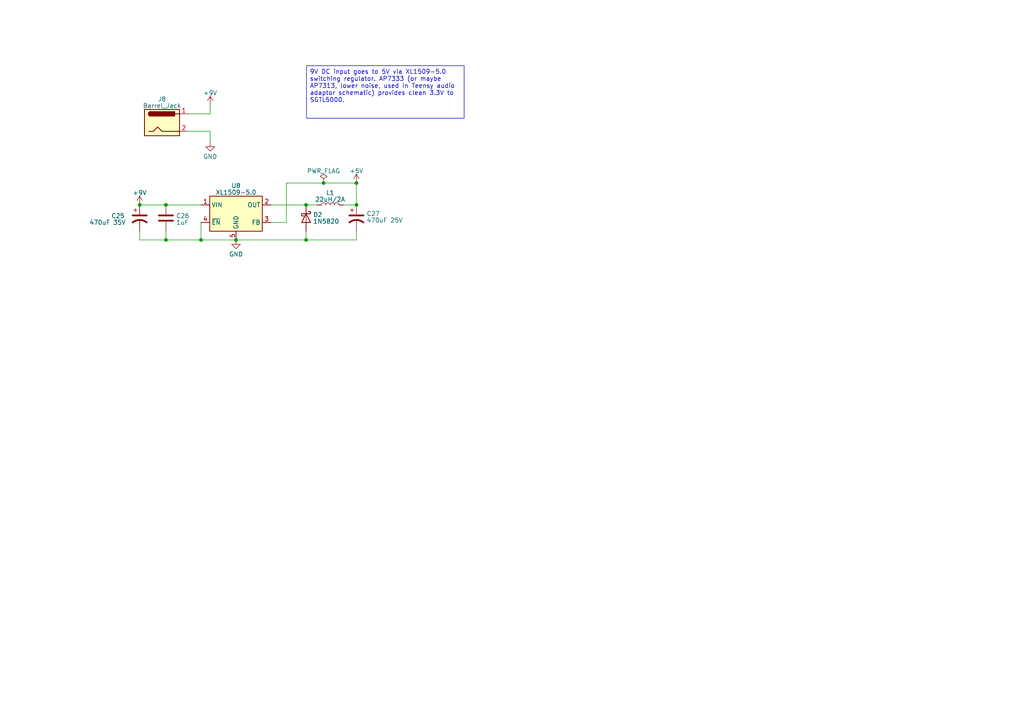
<source format=kicad_sch>
(kicad_sch (version 20230121) (generator eeschema)
  (paper "A4")
  (lib_symbols
    (symbol "Connector:Barrel_Jack" (pin_names (offset 1.016))
      (property "Reference" "J" (at 0 5.334 0))
      (property "Value" "Barrel_Jack" (at 0 -5.08 0))
      (symbol "Barrel_Jack_0_1"
        (rectangle (start -5.08 3.81) (end 5.08 -3.81) (stroke (width 0.254)) (fill (type background)))
        (arc (start -3.302 3.175) (mid -3.9343 2.54) (end -3.302 1.905) (stroke (width 0.254)))
        (arc (start -3.302 3.175) (mid -3.9343 2.54) (end -3.302 1.905) (stroke (width 0.254)) (fill (type outline)))
        (polyline (pts (xy 5.08 2.54) (xy 3.81 2.54)) (stroke (width 0.254)))
        (polyline (pts (xy -3.81 -2.54) (xy -2.54 -2.54) (xy -1.27 -1.27) (xy 0 -2.54) (xy 2.54 -2.54) (xy 5.08 -2.54)) (stroke (width 0.254)))
        (rectangle (start 3.683 3.175) (end -3.302 1.905) (stroke (width 0.254)) (fill (type outline)))
      )
      (symbol "Barrel_Jack_1_1"
        (pin passive line (at 7.62 2.54 180) (length 2.54) (name "~") (number "1"))
        (pin passive line (at 7.62 -2.54 180) (length 2.54) (name "~") (number "2"))
      )
    )
    (symbol "Device:C" (pin_numbers hide) (pin_names (offset 0.254))
      (property "Reference" "C" (at 0.635 2.54 0))
      (property "Value" "C" (at 0.635 -2.54 0))
      (symbol "C_0_1"
        (polyline (pts (xy -2.032 -0.762) (xy 2.032 -0.762)) (stroke (width 0.508)))
        (polyline (pts (xy -2.032 0.762) (xy 2.032 0.762)) (stroke (width 0.508)))
      )
      (symbol "C_1_1"
        (pin passive line (at 0 3.81 270) (length 2.794) (name "~") (number "1"))
        (pin passive line (at 0 -3.81 90) (length 2.794) (name "~") (number "2"))
      )
    )
    (symbol "Device:C_Polarized_US" (pin_numbers hide) (pin_names (offset 0.254) hide)
      (property "Reference" "C" (at 0.635 2.54 0))
      (property "Value" "C_Polarized_US" (at 0.635 -2.54 0))
      (symbol "C_Polarized_US_0_1"
        (polyline (pts (xy -2.032 0.762) (xy 2.032 0.762)) (stroke (width 0.508)))
        (polyline (pts (xy -1.778 2.286) (xy -0.762 2.286)))
        (polyline (pts (xy -1.27 1.778) (xy -1.27 2.794)))
        (arc (start 2.032 -1.27) (mid 0 -0.5572) (end -2.032 -1.27) (stroke (width 0.508)))
      )
      (symbol "C_Polarized_US_1_1"
        (pin passive line (at 0 3.81 270) (length 2.794) (name "~") (number "1"))
        (pin passive line (at 0 -3.81 90) (length 3.302) (name "~") (number "2"))
      )
    )
    (symbol "Device:L" (pin_numbers hide) (pin_names (offset 1.016) hide)
      (property "Reference" "L" (at -1.27 0 90))
      (property "Value" "L" (at 1.905 0 90))
      (symbol "L_0_1"
        (arc (start 0 -2.54) (mid 0.6323 -1.905) (end 0 -1.27))
        (arc (start 0 -1.27) (mid 0.6323 -0.635) (end 0 0))
        (arc (start 0 0) (mid 0.6323 0.635) (end 0 1.27))
        (arc (start 0 1.27) (mid 0.6323 1.905) (end 0 2.54))
      )
      (symbol "L_1_1"
        (pin passive line (at 0 3.81 270) (length 1.27) (name "1") (number "1"))
        (pin passive line (at 0 -3.81 90) (length 1.27) (name "2") (number "2"))
      )
    )
    (symbol "Diode:1N5820" (pin_numbers hide) (pin_names (offset 1.016) hide)
      (property "Reference" "D" (at 0 2.54 0))
      (property "Value" "1N5820" (at 0 -2.54 0))
      (symbol "1N5820_0_1"
        (polyline (pts (xy 1.27 0) (xy -1.27 0)))
        (polyline (pts (xy 1.27 1.27) (xy 1.27 -1.27) (xy -1.27 0) (xy 1.27 1.27)) (stroke (width 0.254)))
        (polyline (pts (xy -1.905 0.635) (xy -1.905 1.27) (xy -1.27 1.27) (xy -1.27 -1.27) (xy -0.635 -1.27) (xy -0.635 -0.635)) (stroke (width 0.254)))
      )
      (symbol "1N5820_1_1"
        (pin passive line (at -3.81 0 0) (length 2.54) (name "K") (number "1"))
        (pin passive line (at 3.81 0 180) (length 2.54) (name "A") (number "2"))
      )
    )
    (symbol "Regulator_Switching:XL1509-5.0"
      (property "Reference" "U" (at -7.112 6.096 0))
      (property "Value" "XL1509-5.0" (at 5.842 6.096 0))
      (symbol "XL1509-5.0_0_1"
        (rectangle (start -7.62 5.08) (end 7.62 -5.08) (stroke (width 0.254)) (fill (type background)))
      )
      (symbol "XL1509-5.0_1_1"
        (pin power_in line (at -10.16 2.54 0) (length 2.54) (name "VIN") (number "1"))
        (pin power_out line (at 10.16 2.54 180) (length 2.54) (name "OUT") (number "2"))
        (pin input line (at 10.16 -2.54 180) (length 2.54) (name "FB") (number "3"))
        (pin input line (at -10.16 -2.54 0) (length 2.54) (name "~{EN}") (number "4"))
        (pin power_in line (at 0 -7.62 90) (length 2.54) (name "GND") (number "5"))
        (pin passive line (at 0 -7.62 90) (length 2.54) hide (name "GND") (number "6"))
        (pin passive line (at 0 -7.62 90) (length 2.54) hide (name "GND") (number "7"))
        (pin passive line (at 0 -7.62 90) (length 2.54) hide (name "GND") (number "8"))
      )
    )
    (symbol "power:+5V" (power) (pin_names (offset 0))
      (property "Value" "+5V" (at 0 3.556 0))
      (symbol "+5V_0_1"
        (polyline (pts (xy -0.762 1.27) (xy 0 2.54)))
        (polyline (pts (xy 0 0) (xy 0 2.54)))
        (polyline (pts (xy 0 2.54) (xy 0.762 1.27)))
      )
      (symbol "+5V_1_1"
        (pin power_in line (at 0 0 90) (length 0) hide (name "+5V") (number "1"))
      )
    )
    (symbol "power:+9V" (power) (pin_names (offset 0))
      (property "Value" "+9V" (at 0 3.556 0))
      (symbol "+9V_0_1"
        (polyline (pts (xy -0.762 1.27) (xy 0 2.54)))
        (polyline (pts (xy 0 0) (xy 0 2.54)))
        (polyline (pts (xy 0 2.54) (xy 0.762 1.27)))
      )
      (symbol "+9V_1_1"
        (pin power_in line (at 0 0 90) (length 0) hide (name "+9V") (number "1"))
      )
    )
    (symbol "power:GND" (power) (pin_names (offset 0))
      (property "Value" "GND" (at 0 -3.81 0))
      (symbol "GND_0_1"
        (polyline (pts (xy 0 0) (xy 0 -1.27) (xy 1.27 -1.27) (xy 0 -2.54) (xy -1.27 -1.27) (xy 0 -1.27)))
      )
      (symbol "GND_1_1"
        (pin power_in line (at 0 0 270) (length 0) hide (name "GND") (number "1"))
      )
    )
    (symbol "power:PWR_FLAG" (power) (pin_numbers hide) (pin_names (offset 0) hide)
      (property "Value" "PWR_FLAG" (at 0 3.81 0))
      (symbol "PWR_FLAG_0_0"
        (pin power_out line (at 0 0 90) (length 0) (name "pwr") (number "1"))
      )
      (symbol "PWR_FLAG_0_1"
        (polyline (pts (xy 0 0) (xy 0 1.27) (xy -1.016 1.905) (xy 0 2.54) (xy 1.016 1.905) (xy 0 1.27)))
      )
    )
  )
  (junction (at 68.453 69.596))
  (junction (at 88.773 69.596))
  (junction (at 48.133 59.436))
  (junction (at 103.378 53.086))
  (junction (at 103.378 59.436))
  (junction (at 93.853 53.086))
  (junction (at 58.293 69.596))
  (junction (at 48.133 69.596))
  (junction (at 88.773 59.436))
  (junction (at 40.513 59.436))
  (wire (pts (xy 40.513 59.436) (xy 48.133 59.436)))
  (wire (pts (xy 83.058 64.516) (xy 78.613 64.516)))
  (wire (pts (xy 48.133 59.436) (xy 58.293 59.436)))
  (wire (pts (xy 88.773 69.596) (xy 103.378 69.596)))
  (wire (pts (xy 48.133 67.056) (xy 48.133 69.596)))
  (wire (pts (xy 54.61 33.02) (xy 60.96 33.02)))
  (wire (pts (xy 99.568 59.436) (xy 103.378 59.436)))
  (wire (pts (xy 88.773 59.436) (xy 91.948 59.436)))
  (wire (pts (xy 103.378 69.596) (xy 103.378 67.056)))
  (wire (pts (xy 60.96 38.1) (xy 60.96 41.275)))
  (wire (pts (xy 103.378 53.086) (xy 93.853 53.086)))
  (wire (pts (xy 58.293 69.596) (xy 68.453 69.596)))
  (wire (pts (xy 54.61 38.1) (xy 60.96 38.1)))
  (wire (pts (xy 58.293 64.516) (xy 58.293 69.596)))
  (wire (pts (xy 60.96 33.02) (xy 60.96 30.48)))
  (wire (pts (xy 68.453 69.596) (xy 88.773 69.596)))
  (wire (pts (xy 88.773 69.596) (xy 88.773 67.056)))
  (wire (pts (xy 83.058 53.086) (xy 83.058 64.516)))
  (wire (pts (xy 48.133 69.596) (xy 58.293 69.596)))
  (wire (pts (xy 40.513 67.056) (xy 40.513 69.596)))
  (wire (pts (xy 40.513 69.596) (xy 48.133 69.596)))
  (wire (pts (xy 103.378 59.436) (xy 103.378 53.086)))
  (wire (pts (xy 93.853 53.086) (xy 83.058 53.086)))
  (wire (pts (xy 78.613 59.436) (xy 88.773 59.436)))
  (text_box "9V DC input goes to 5V via XL1509-5.0 switching regulator. AP7333 (or maybe AP7313, lower noise, used in Teensy audio adaptor schematic) provides clean 3.3V to SGTL5000." (at 88.9 19.05 0) (size 45.72 15.24) (effects (font (size 1.27 1.27)) (justify left top)))
  (symbol (lib_id "Regulator_Switching:XL1509-5.0") (at 68.453 61.976 0) (unit 1)
    (property "Reference" "U8" (at 68.453 53.8861 0))
    (property "Value" "XL1509-5.0" (at 68.453 55.8071 0))
    (property "Footprint" "Package_SO:SOIC-8_3.9x4.9mm_P1.27mm" (effects hide))
    (property "Datasheet" "https://datasheet.lcsc.com/lcsc/1809050422_XLSEMI-XL1509-5-0E1_C61063.pdf" (effects hide))
    (instances (project "dk2_02_bottom" (path "" (reference "U8") (unit 1))) (project "stomp_00" (path "" (reference "U4") (unit 1)) (path "" (reference "U4") (unit 1)) (path "" (reference "U10") (unit 1))))
  )
  (symbol (lib_id "Device:C_Polarized_US") (at 40.513 63.246 0) (unit 1)
    (property "Reference" "C25" (at 32.258 62.611 0) (effects (justify left)))
    (property "Value" "470uF 35V" (at 25.908 64.516 0) (effects (justify left)))
    (property "Footprint" "Capacitor_THT:CP_Radial_D10.0mm_P5.00mm" (effects hide))
    (instances (project "dk2_02_bottom" (path "" (reference "C25") (unit 1))) (project "stomp_00" (path "" (reference "C3") (unit 1)) (path "" (reference "C3") (unit 1)) (path "" (reference "C6") (unit 1))))
  )
  (symbol (lib_id "Diode:1N5820") (at 88.773 63.246 270) (unit 1)
    (property "Reference" "D2" (at 90.805 62.2848 90) (effects (justify left)))
    (property "Value" "1N5820" (at 90.805 64.2058 90) (effects (justify left)))
    (property "Footprint" "Diode_THT:D_DO-201AD_P15.24mm_Horizontal" (effects hide))
    (property "Datasheet" "http://www.vishay.com/docs/88526/1n5820.pdf" (effects hide))
    (instances (project "dk2_02_bottom" (path "" (reference "D2") (unit 1))) (project "stomp_00" (path "" (reference "D2") (unit 1)) (path "" (reference "D2") (unit 1)) (path "" (reference "D3") (unit 1))))
  )
  (symbol (lib_id "Connector:Barrel_Jack") (at 46.99 35.56 0) (unit 1)
    (property "Reference" "J8" (at 46.99 28.7401 0))
    (property "Value" "Barrel_Jack" (at 46.99 30.6611 0))
  )
  (symbol (lib_id "Device:L") (at 95.758 59.436 90) (unit 1)
    (property "Reference" "L1" (at 95.758 55.9207 90))
    (property "Value" "22uH/2A" (at 95.758 57.8417 90))
    (property "Footprint" "Inductor_THT:L_Radial_D7.0mm_P3.00mm" (effects hide))
    (instances (project "dk2_02_bottom" (path "" (reference "L1") (unit 1))) (project "stomp_00" (path "" (reference "L1") (unit 1)) (path "" (reference "L1") (unit 1)) (path "" (reference "L2") (unit 1))))
  )
  (symbol (lib_id "power:+5V") (at 103.378 53.086 0) (unit 1)
    (property "Reference" "#PWR049" (effects hide))
    (property "Value" "+5V" (at 103.378 49.5841 0))
    (instances (project "dk2_02_bottom" (path "" (reference "#PWR049") (unit 1))) (project "stomp_00" (path "" (reference "#PWR06") (unit 1)) (path "" (reference "#PWR08") (unit 1)) (path "" (reference "#PWR013") (unit 1))))
  )
  (symbol (lib_id "power:+9V") (at 40.513 59.436 0) (unit 1)
    (property "Reference" "#PWR04" (effects hide))
    (property "Value" "+9V" (at 40.513 55.9341 0))
    (instances (project "stomp_00" (path "" (reference "#PWR04") (unit 1)) (path "" (reference "#PWR04") (unit 1)) (path "" (reference "#PWR09") (unit 1))))
  )
  (symbol (lib_id "power:GND") (at 68.453 69.596 0) (unit 1)
    (property "Reference" "#PWR045" (effects hide))
    (property "Value" "GND" (at 68.453 73.7315 0))
    (instances (project "dk2_02_bottom" (path "" (reference "#PWR045") (unit 1))) (project "stomp_00" (path "" (reference "#PWR05") (unit 1)) (path "" (reference "#PWR07") (unit 1)) (path "" (reference "#PWR012") (unit 1))))
  )
  (symbol (lib_id "power:PWR_FLAG") (at 93.853 53.086 0) (unit 1)
    (property "Reference" "#FLG06" (effects hide))
    (property "Value" "PWR_FLAG" (at 93.853 49.5841 0))
    (instances (project "dk2_02_bottom" (path "" (reference "#FLG06") (unit 1))) (project "stomp_00" (path "" (reference "#FLG01") (unit 1)) (path "" (reference "#FLG01") (unit 1)) (path "" (reference "#FLG02") (unit 1))))
  )
  (symbol (lib_id "power:GND") (at 60.96 41.275 0) (unit 1)
    (property "Reference" "#PWR068" (effects hide))
    (property "Value" "GND" (at 60.96 45.4105 0))
    (instances (project "dk2_00" (path "" (reference "#PWR068") (unit 1))) (project "stomp_00" (path "" (reference "#PWR08") (unit 1)) (path "" (reference "#PWR06") (unit 1)) (path "" (reference "#PWR011") (unit 1))))
  )
  (symbol (lib_id "power:+9V") (at 60.96 30.48 0) (unit 1)
    (property "Reference" "#PWR07" (effects hide))
    (property "Value" "+9V" (at 60.96 26.9781 0))
    (instances (project "stomp_00" (path "" (reference "#PWR07") (unit 1)) (path "" (reference "#PWR05") (unit 1)) (path "" (reference "#PWR010") (unit 1))))
  )
  (symbol (lib_id "Device:C_Polarized_US") (at 103.378 63.246 0) (unit 1)
    (property "Reference" "C27" (at 106.299 61.9673 0) (effects (justify left)))
    (property "Value" "470uF 25V" (at 106.299 63.8883 0) (effects (justify left)))
    (property "Footprint" "Capacitor_THT:CP_Radial_D10.0mm_P5.00mm" (effects hide))
    (instances (project "dk2_02_bottom" (path "" (reference "C27") (unit 1))) (project "stomp_00" (path "" (reference "C5") (unit 1)) (path "" (reference "C5") (unit 1)) (path "" (reference "C8") (unit 1))))
  )
  (symbol (lib_id "Device:C") (at 48.133 63.246 0) (unit 1)
    (property "Reference" "C26" (at 51.054 62.6023 0) (effects (justify left)))
    (property "Value" "1uF" (at 51.054 64.5233 0) (effects (justify left)))
    (property "Footprint" "Capacitor_SMD:C_0603_1608Metric" (effects hide))
    (instances (project "dk2_02_bottom" (path "" (reference "C26") (unit 1))) (project "stomp_00" (path "" (reference "C4") (unit 1)) (path "" (reference "C4") (unit 1)) (path "" (reference "C7") (unit 1))))
  )
)
</source>
